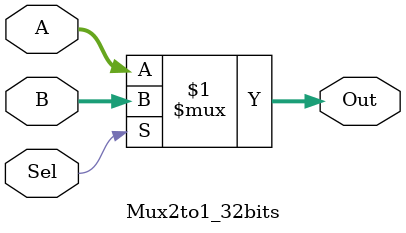
<source format=sv>

module Mux2to1_32bits (
    input  wire [31:0] A,
    input  wire [31:0] B,
    input  wire        Sel,
    output wire [31:0] Out
);
    assign Out = Sel ? B : A;
endmodule

</source>
